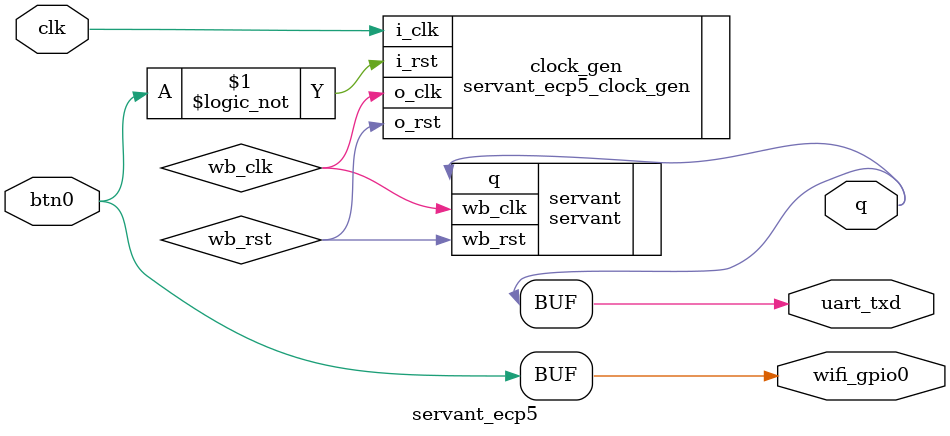
<source format=v>
`default_nettype none
module servant_ecp5
(
 input wire  clk,
 input wire btn0,
 output wire wifi_gpio0,
 output wire uart_txd,
 output wire q);

   parameter memfile = "zephyr_hello.hex";
   parameter memsize = 8192;

   wire      wb_clk;
   wire      wb_rst;

   assign wifi_gpio0 = btn0;
   assign uart_txd = q;

   servant_ecp5_clock_gen clock_gen
     (.i_clk (clk),
      .i_rst (!btn0),
      .o_clk (wb_clk),
      .o_rst (wb_rst));

   servant
     #(.memfile (memfile),
       .memsize (memsize))
   servant
     (.wb_clk (wb_clk),
      .wb_rst (wb_rst),
      .q      (q));

endmodule
`default_nettype wire

</source>
